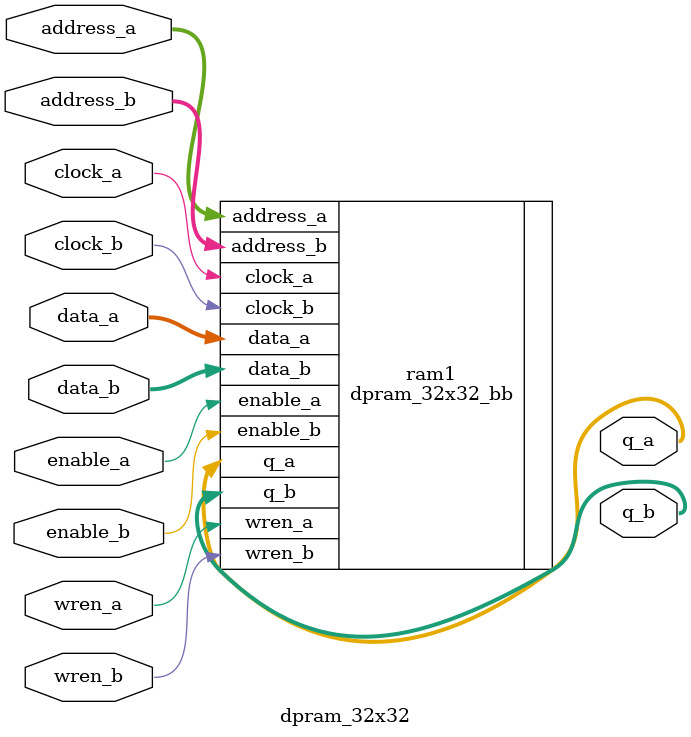
<source format=v>
`include "dpram_256x8_bb.v"

module dpram_32x32 (
	data_a,
	wren_a,
	address_a,
	data_b,
	address_b,
	wren_b,
	clock_a,
	enable_a,
	clock_b,
	enable_b,
	q_a,
	q_b);

	input [31:0] data_a;
	input  wren_a;
	input [5:0] address_a;
	input [31:0] data_b;
	input [5:0] address_b;
	input  wren_b;
	input  clock_a;
	input  enable_a;
	input  clock_b;
	input  enable_b;
	output [31:0] q_a;
	output [31:0] q_b;


	dpram_32x32_bb ram1 (
		.data_a(data_a),
		.wren_a(wren_a),
		.address_a(address_a),
		.data_b(data_b),
		.address_b(address_b),
		.wren_b(wren_b),
		.clock_a(clock_a),
		.enable_a(enable_a),
		.clock_b(clock_b),
		.enable_b(enable_b),
		.q_a(q_a),
		.q_b(q_b));



endmodule

</source>
